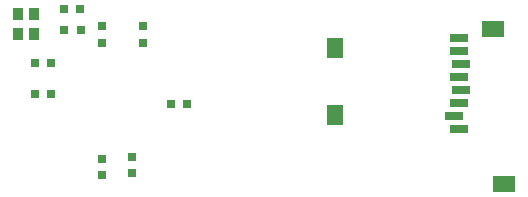
<source format=gbp>
G04 Layer_Color=128*
%FSLAX24Y24*%
%MOIN*%
G70*
G01*
G75*
%ADD13R,0.0300X0.0300*%
%ADD23R,0.0300X0.0300*%
%ADD44R,0.0335X0.0394*%
%ADD45R,0.0591X0.0315*%
%ADD46R,0.0748X0.0551*%
%ADD47R,0.0551X0.0709*%
D13*
X7930Y4730D02*
D03*
X8480D02*
D03*
X13010Y4390D02*
D03*
X12460D02*
D03*
X8470Y5740D02*
D03*
X7920D02*
D03*
X9460Y6860D02*
D03*
X8910D02*
D03*
X9450Y7550D02*
D03*
X8900D02*
D03*
D23*
X11520Y6980D02*
D03*
Y6430D02*
D03*
X10170Y6980D02*
D03*
Y6430D02*
D03*
X10180Y2010D02*
D03*
Y2560D02*
D03*
X11170Y2070D02*
D03*
Y2620D02*
D03*
D44*
X7886Y7395D02*
D03*
X7354D02*
D03*
X7886Y6725D02*
D03*
X7354D02*
D03*
D45*
X22063Y6582D02*
D03*
Y6149D02*
D03*
X22141Y5716D02*
D03*
X22063Y5283D02*
D03*
X22141Y4850D02*
D03*
X22063Y4416D02*
D03*
X21905Y3983D02*
D03*
X22063Y3550D02*
D03*
D46*
X23578Y1716D02*
D03*
X23185Y6893D02*
D03*
D47*
X17948Y4019D02*
D03*
Y6263D02*
D03*
M02*

</source>
